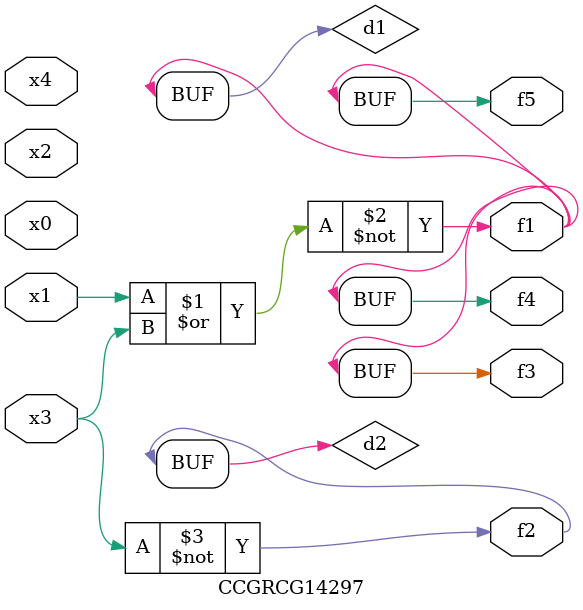
<source format=v>
module CCGRCG14297(
	input x0, x1, x2, x3, x4,
	output f1, f2, f3, f4, f5
);

	wire d1, d2;

	nor (d1, x1, x3);
	not (d2, x3);
	assign f1 = d1;
	assign f2 = d2;
	assign f3 = d1;
	assign f4 = d1;
	assign f5 = d1;
endmodule

</source>
